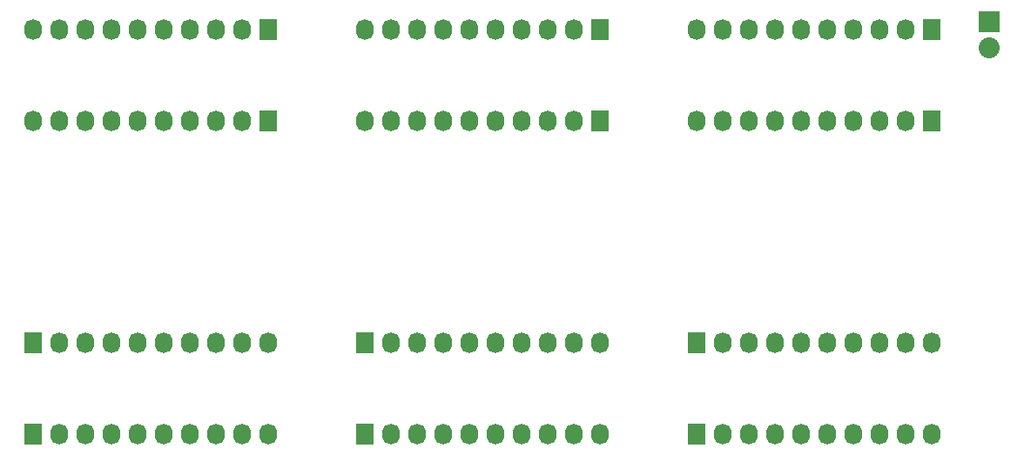
<source format=gbs>
G04 #@! TF.FileFunction,Soldermask,Bot*
%FSLAX46Y46*%
G04 Gerber Fmt 4.6, Leading zero omitted, Abs format (unit mm)*
G04 Created by KiCad (PCBNEW 4.0.0-rc2-stable) date Fri 13 Nov 2015 02:52:16 PM MST*
%MOMM*%
G01*
G04 APERTURE LIST*
%ADD10C,0.150000*%
%ADD11R,2.032000X2.032000*%
%ADD12O,2.032000X2.032000*%
%ADD13R,1.727200X2.032000*%
%ADD14O,1.727200X2.032000*%
G04 APERTURE END LIST*
D10*
D11*
X204978000Y-73152000D03*
D12*
X204978000Y-75692000D03*
D13*
X112014000Y-104394000D03*
D14*
X114554000Y-104394000D03*
X117094000Y-104394000D03*
X119634000Y-104394000D03*
X122174000Y-104394000D03*
X124714000Y-104394000D03*
X127254000Y-104394000D03*
X129794000Y-104394000D03*
X132334000Y-104394000D03*
X134874000Y-104394000D03*
D13*
X112014000Y-113284000D03*
D14*
X114554000Y-113284000D03*
X117094000Y-113284000D03*
X119634000Y-113284000D03*
X122174000Y-113284000D03*
X124714000Y-113284000D03*
X127254000Y-113284000D03*
X129794000Y-113284000D03*
X132334000Y-113284000D03*
X134874000Y-113284000D03*
D13*
X134874000Y-82804000D03*
D14*
X132334000Y-82804000D03*
X129794000Y-82804000D03*
X127254000Y-82804000D03*
X124714000Y-82804000D03*
X122174000Y-82804000D03*
X119634000Y-82804000D03*
X117094000Y-82804000D03*
X114554000Y-82804000D03*
X112014000Y-82804000D03*
D13*
X134874000Y-73914000D03*
D14*
X132334000Y-73914000D03*
X129794000Y-73914000D03*
X127254000Y-73914000D03*
X124714000Y-73914000D03*
X122174000Y-73914000D03*
X119634000Y-73914000D03*
X117094000Y-73914000D03*
X114554000Y-73914000D03*
X112014000Y-73914000D03*
D13*
X144272000Y-104394000D03*
D14*
X146812000Y-104394000D03*
X149352000Y-104394000D03*
X151892000Y-104394000D03*
X154432000Y-104394000D03*
X156972000Y-104394000D03*
X159512000Y-104394000D03*
X162052000Y-104394000D03*
X164592000Y-104394000D03*
X167132000Y-104394000D03*
D13*
X144272000Y-113284000D03*
D14*
X146812000Y-113284000D03*
X149352000Y-113284000D03*
X151892000Y-113284000D03*
X154432000Y-113284000D03*
X156972000Y-113284000D03*
X159512000Y-113284000D03*
X162052000Y-113284000D03*
X164592000Y-113284000D03*
X167132000Y-113284000D03*
D13*
X167132000Y-82804000D03*
D14*
X164592000Y-82804000D03*
X162052000Y-82804000D03*
X159512000Y-82804000D03*
X156972000Y-82804000D03*
X154432000Y-82804000D03*
X151892000Y-82804000D03*
X149352000Y-82804000D03*
X146812000Y-82804000D03*
X144272000Y-82804000D03*
D13*
X167132000Y-73914000D03*
D14*
X164592000Y-73914000D03*
X162052000Y-73914000D03*
X159512000Y-73914000D03*
X156972000Y-73914000D03*
X154432000Y-73914000D03*
X151892000Y-73914000D03*
X149352000Y-73914000D03*
X146812000Y-73914000D03*
X144272000Y-73914000D03*
D13*
X176530000Y-104394000D03*
D14*
X179070000Y-104394000D03*
X181610000Y-104394000D03*
X184150000Y-104394000D03*
X186690000Y-104394000D03*
X189230000Y-104394000D03*
X191770000Y-104394000D03*
X194310000Y-104394000D03*
X196850000Y-104394000D03*
X199390000Y-104394000D03*
D13*
X176530000Y-113284000D03*
D14*
X179070000Y-113284000D03*
X181610000Y-113284000D03*
X184150000Y-113284000D03*
X186690000Y-113284000D03*
X189230000Y-113284000D03*
X191770000Y-113284000D03*
X194310000Y-113284000D03*
X196850000Y-113284000D03*
X199390000Y-113284000D03*
D13*
X199390000Y-82804000D03*
D14*
X196850000Y-82804000D03*
X194310000Y-82804000D03*
X191770000Y-82804000D03*
X189230000Y-82804000D03*
X186690000Y-82804000D03*
X184150000Y-82804000D03*
X181610000Y-82804000D03*
X179070000Y-82804000D03*
X176530000Y-82804000D03*
D13*
X199390000Y-73914000D03*
D14*
X196850000Y-73914000D03*
X194310000Y-73914000D03*
X191770000Y-73914000D03*
X189230000Y-73914000D03*
X186690000Y-73914000D03*
X184150000Y-73914000D03*
X181610000Y-73914000D03*
X179070000Y-73914000D03*
X176530000Y-73914000D03*
M02*

</source>
